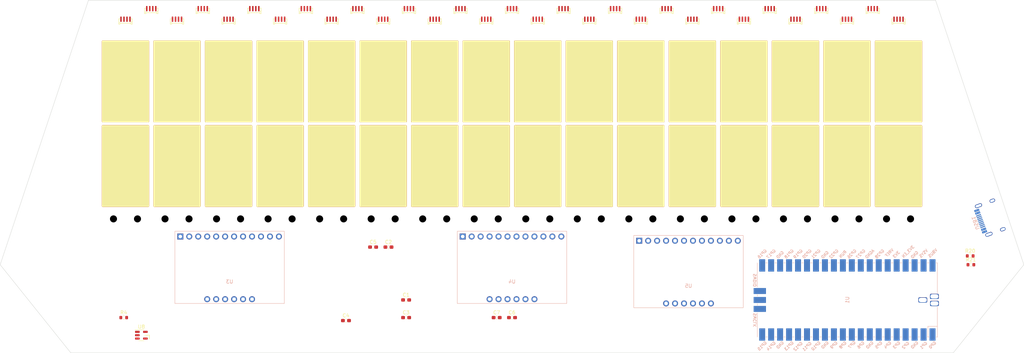
<source format=kicad_pcb>
(kicad_pcb (version 20211014) (generator pcbnew)
  (title_block (title "Chu Pico Main"))
  (layers (0 "F.Cu" signal) (31 "B.Cu" signal) (34 "B.Paste" user) (35 "F.Paste" user) (36 "B.SilkS" user "B.Silkscreen") (37 "F.SilkS" user "F.Silkscreen") (38 "B.Mask" user) (39 "F.Mask" user) (44 "Edge.Cuts" user))
  (net 0 "")
  (net 1 "GND")
  (net 2 "+5V")
  (net 3 "+3V3")
  (net 4 "Net-(R20-Pad1)")
  (net 5 "Net-(R21-Pad1)")
  (net 7 "Net-(U1-PadTP2)")
  (net 8 "Net-(U1-PadTP3)")
  (net 21 "Net-(R4-Pad2)")
  (net 23 "/SCL")
  (net 24 "/SDA")
  (net 26 "/B0")
  (net 48 "Net-(D1-PadI)")
  (net 49 "Net-(K25-Pad1)")
  (net 50 "Net-(K26-Pad1)")
  (net 51 "Net-(K27-Pad1)")
  (net 52 "Net-(K28-Pad1)")
  (net 53 "Net-(K29-Pad1)")
  (net 54 "Net-(K30-Pad1)")
  (net 55 "Net-(K31-Pad1)")
  (net 56 "Net-(K32-Pad1)")
  (net 62 "Net-(K1-Pad1)")
  (net 63 "Net-(K2-Pad1)")
  (net 64 "Net-(K3-Pad1)")
  (net 65 "Net-(K4-Pad1)")
  (net 66 "Net-(K5-Pad1)")
  (net 67 "Net-(K6-Pad1)")
  (net 68 "Net-(K7-Pad1)")
  (net 69 "Net-(K8-Pad1)")
  (net 70 "Net-(K9-Pad1)")
  (net 71 "Net-(K10-Pad1)")
  (net 72 "Net-(K11-Pad1)")
  (net 73 "Net-(K12-Pad1)")
  (net 74 "Net-(K13-Pad1)")
  (net 75 "Net-(K14-Pad1)")
  (net 76 "Net-(K15-Pad1)")
  (net 77 "Net-(K16-Pad1)")
  (net 78 "Net-(K17-Pad1)")
  (net 79 "Net-(K18-Pad1)")
  (net 80 "Net-(K19-Pad1)")
  (net 81 "Net-(K20-Pad1)")
  (net 82 "Net-(K21-Pad1)")
  (net 83 "Net-(K22-Pad1)")
  (net 84 "Net-(K23-Pad1)")
  (net 85 "Net-(K24-Pad1)")
  (footprint "chu_main:WS2812B-4020" (layer "F.Cu") (at 309.096 63.074 180)
    (fp_text reference "D29")
    (fp_text value "WS2812B_Unified")
    (pad "1" smd roundrect (at 1.275 0.65 180) (size 0.44 1.5) (layers "F.Cu" "F.Paste" "F.Mask"))
    (pad "2" smd roundrect (at 0.425 0.65 180) (size 0.44 1.5) (layers "F.Cu" "F.Paste" "F.Mask"))
    (pad "3" smd roundrect (at -0.425 0.65 180) (size 0.44 1.5) (layers "F.Cu" "F.Paste" "F.Mask"))
    (pad "4" smd roundrect (at -1.275 0.65 180) (size 0.44 1.5) (layers "F.Cu" "F.Paste" "F.Mask"))
  )
  (footprint "chu_main:ChuKeyScrews" (layer "F.Cu") (at 323.696 104.074 180)
    (fp_text reference "K32" hide)
    (fp_text value "Conn_01x01_Female" hide)
    (pad "" np_thru_hole oval (at -3.4 -15 180) (size 2 2) (drill 2.1) (layers *.Mask))
    (pad "" np_thru_hole oval (at 3.4 -15 180) (size 2 2) (drill 2.1) (layers *.Mask))
    (pad "1" smd roundrect (at 0 0 180) (size 13.4 23.2) (layers "F.Cu" "F.SilkS") (roundrect_rratio 0.01923074627) (net 56 "Net-(K32-Pad1)"))
  )
  (footprint "chu_main:WS2812B-4020" (layer "F.Cu") (at 192.296 63.074 180)
    (fp_text reference "D13")
    (fp_text value "WS2812B_Unified")
    (pad "1" smd roundrect (at 1.275 0.65 180) (size 0.44 1.5) (layers "F.Cu" "F.Paste" "F.Mask"))
    (pad "2" smd roundrect (at 0.425 0.65 180) (size 0.44 1.5) (layers "F.Cu" "F.Paste" "F.Mask"))
    (pad "3" smd roundrect (at -0.425 0.65 180) (size 0.44 1.5) (layers "F.Cu" "F.Paste" "F.Mask"))
    (pad "4" smd roundrect (at -1.275 0.65 180) (size 0.44 1.5) (layers "F.Cu" "F.Paste" "F.Mask"))
  )
  (footprint "Resistor_SMD:R_0603_1608Metric" (layer "F.Cu") (at 343.996 129.584)
    (fp_text reference "R20" (at 0 -1.43) (layer "F.SilkS"))
    (fp_text value "5K1")
    (pad "1" smd roundrect (at -0.825 0) (size 0.8 0.95) (layers "F.Cu" "F.Paste" "F.Mask") (net 4 "Net-(R20-Pad1)"))
    (pad "2" smd roundrect (at 0.825 0) (size 0.8 0.95) (layers "F.Cu" "F.Paste" "F.Mask") (net 1 "GND"))
  )
  (footprint "chu_main:WS2812B-4020" (layer "F.Cu") (at 257.996 60.074 180)
    (fp_text reference "D22")
    (fp_text value "WS2812B_Unified")
    (pad "1" smd roundrect (at 1.275 0.65 180) (size 0.44 1.5) (layers "F.Cu" "F.Paste" "F.Mask"))
    (pad "2" smd roundrect (at 0.425 0.65 180) (size 0.44 1.5) (layers "F.Cu" "F.Paste" "F.Mask"))
    (pad "3" smd roundrect (at -0.425 0.65 180) (size 0.44 1.5) (layers "F.Cu" "F.Paste" "F.Mask"))
    (pad "4" smd roundrect (at -1.275 0.65 180) (size 0.44 1.5) (layers "F.Cu" "F.Paste" "F.Mask"))
  )
  (footprint "chu_main:WS2812B-4020" (layer "F.Cu") (at 104.696 63.074 180)
    (fp_text reference "D1")
    (fp_text value "WS2812B_Unified")
    (pad "1" smd roundrect (at 1.275 0.65 180) (size 0.44 1.5) (layers "F.Cu" "F.Paste" "F.Mask"))
    (pad "2" smd roundrect (at 0.425 0.65 180) (size 0.44 1.5) (layers "F.Cu" "F.Paste" "F.Mask"))
    (pad "3" smd roundrect (at -0.425 0.65 180) (size 0.44 1.5) (layers "F.Cu" "F.Paste" "F.Mask"))
    (pad "4" smd roundrect (at -1.275 0.65 180) (size 0.44 1.5) (layers "F.Cu" "F.Paste" "F.Mask"))
  )
  (footprint "chu_main:ChuKeyScrews" (layer "F.Cu") (at 163.096 104.074 180)
    (fp_text reference "K10" hide)
    (fp_text value "Conn_01x01_Female" hide)
    (pad "" np_thru_hole oval (at 3.4 -15 180) (size 2 2) (drill 2.1) (layers *.Mask))
    (pad "" np_thru_hole oval (at -3.4 -15 180) (size 2 2) (drill 2.1) (layers *.Mask))
    (pad "1" smd roundrect (at 0 0 180) (size 13.4 23.2) (layers "F.Cu" "F.SilkS") (roundrect_rratio 0.01923074627) (net 71 "Net-(K10-Pad1)"))
  )
  (footprint "chu_main:ChuKey" (layer "F.Cu") (at 119.296 80.074)
    (fp_text reference "K3" hide)
    (fp_text value "Conn_01x01_Female" hide)
    (pad "1" smd roundrect (at 0 0) (size 13.4 23.2) (layers "F.Cu" "F.SilkS") (roundrect_rratio 0.01923074627) (net 64 "Net-(K3-Pad1)"))
  )
  (footprint "chu_main:WS2812B-4020" (layer "F.Cu") (at 279.896 63.074 180)
    (fp_text reference "D25")
    (fp_text value "WS2812B_Unified")
    (pad "1" smd roundrect (at 1.275 0.65 180) (size 0.44 1.5) (layers "F.Cu" "F.Paste" "F.Mask"))
    (pad "2" smd roundrect (at 0.425 0.65 180) (size 0.44 1.5) (layers "F.Cu" "F.Paste" "F.Mask"))
    (pad "3" smd roundrect (at -0.425 0.65 180) (size 0.44 1.5) (layers "F.Cu" "F.Paste" "F.Mask"))
    (pad "4" smd roundrect (at -1.275 0.65 180) (size 0.44 1.5) (layers "F.Cu" "F.Paste" "F.Mask"))
  )
  (footprint "chu_main:WS2812B-4020" (layer "F.Cu") (at 287.196 60.074 180)
    (fp_text reference "D26")
    (fp_text value "WS2812B_Unified")
    (pad "1" smd roundrect (at 1.275 0.65 180) (size 0.44 1.5) (layers "F.Cu" "F.Paste" "F.Mask"))
    (pad "2" smd roundrect (at 0.425 0.65 180) (size 0.44 1.5) (layers "F.Cu" "F.Paste" "F.Mask"))
    (pad "3" smd roundrect (at -0.425 0.65 180) (size 0.44 1.5) (layers "F.Cu" "F.Paste" "F.Mask"))
    (pad "4" smd roundrect (at -1.275 0.65 180) (size 0.44 1.5) (layers "F.Cu" "F.Paste" "F.Mask"))
  )
  (footprint "chu_main:WS2812B-4020" (layer "F.Cu") (at 111.996 60.074 180)
    (fp_text reference "D2")
    (fp_text value "WS2812B_Unified")
    (pad "1" smd roundrect (at 1.275 0.65 180) (size 0.44 1.5) (layers "F.Cu" "F.Paste" "F.Mask"))
    (pad "2" smd roundrect (at 0.425 0.65 180) (size 0.44 1.5) (layers "F.Cu" "F.Paste" "F.Mask"))
    (pad "3" smd roundrect (at -0.425 0.65 180) (size 0.44 1.5) (layers "F.Cu" "F.Paste" "F.Mask"))
    (pad "4" smd roundrect (at -1.275 0.65 180) (size 0.44 1.5) (layers "F.Cu" "F.Paste" "F.Mask"))
  )
  (footprint "chu_main:WS2812B-4020" (layer "F.Cu") (at 199.596 60.074 180)
    (fp_text reference "D14")
    (fp_text value "WS2812B_Unified")
    (pad "1" smd roundrect (at 1.275 0.65 180) (size 0.44 1.5) (layers "F.Cu" "F.Paste" "F.Mask"))
    (pad "2" smd roundrect (at 0.425 0.65 180) (size 0.44 1.5) (layers "F.Cu" "F.Paste" "F.Mask"))
    (pad "3" smd roundrect (at -0.425 0.65 180) (size 0.44 1.5) (layers "F.Cu" "F.Paste" "F.Mask"))
    (pad "4" smd roundrect (at -1.275 0.65 180) (size 0.44 1.5) (layers "F.Cu" "F.Paste" "F.Mask"))
  )
  (footprint "chu_main:ChuKey" (layer "F.Cu") (at 265.296 80.074)
    (fp_text reference "K23" hide)
    (fp_text value "Conn_01x01_Female" hide)
    (pad "1" smd roundrect (at 0 0) (size 13.4 23.2) (layers "F.Cu" "F.SilkS") (roundrect_rratio 0.01923074627) (net 84 "Net-(K23-Pad1)"))
  )
  (footprint "chu_main:ChuKey" (layer "F.Cu") (at 192.296 80.074)
    (fp_text reference "K13" hide)
    (fp_text value "Conn_01x01_Female" hide)
    (pad "1" smd roundrect (at 0 0) (size 13.4 23.2) (layers "F.Cu" "F.SilkS") (roundrect_rratio 0.01923074627) (net 74 "Net-(K13-Pad1)"))
  )
  (footprint "Resistor_SMD:R_0603_1608Metric" (layer "F.Cu") (at 104.196 147.074)
    (fp_text reference "R4" (at 0 -1.43) (layer "F.SilkS"))
    (fp_text value "10")
    (pad "1" smd roundrect (at -0.825 0) (size 0.8 0.95) (layers "F.Cu" "F.Paste" "F.Mask") (net 48 "Net-(D1-PadI)"))
    (pad "2" smd roundrect (at 0.825 0) (size 0.8 0.95) (layers "F.Cu" "F.Paste" "F.Mask") (net 21 "Net-(R4-Pad2)"))
  )
  (footprint "chu_main:WS2812B-4020" (layer "F.Cu") (at 272.596 60.074 180)
    (fp_text reference "D24")
    (fp_text value "WS2812B_Unified")
    (pad "1" smd roundrect (at 1.275 0.65 180) (size 0.44 1.5) (layers "F.Cu" "F.Paste" "F.Mask"))
    (pad "2" smd roundrect (at 0.425 0.65 180) (size 0.44 1.5) (layers "F.Cu" "F.Paste" "F.Mask"))
    (pad "3" smd roundrect (at -0.425 0.65 180) (size 0.44 1.5) (layers "F.Cu" "F.Paste" "F.Mask"))
    (pad "4" smd roundrect (at -1.275 0.65 180) (size 0.44 1.5) (layers "F.Cu" "F.Paste" "F.Mask"))
  )
  (footprint "chu_main:ChuKey" (layer "F.Cu") (at 104.696 80.074)
    (fp_text reference "K1" hide)
    (fp_text value "Conn_01x01_Female" hide)
    (pad "1" smd roundrect (at 0 0) (size 13.4 23.2) (layers "F.Cu" "F.SilkS") (roundrect_rratio 0.01923074627) (net 62 "Net-(K1-Pad1)"))
  )
  (footprint "Capacitor_SMD:C_0603_1608Metric_Pad1.08x0.95mm_HandSolder" (layer "F.Cu") (at 179.196 127.074)
    (fp_text reference "C2" (at 0 -1.43) (layer "F.SilkS"))
    (fp_text value "0.1uF")
    (pad "1" smd roundrect (at -0.8625 0) (size 1.075 0.95) (layers "F.Cu" "F.Paste" "F.Mask") (net 2 "+5V"))
    (pad "2" smd roundrect (at 0.8625 0) (size 1.075 0.95) (layers "F.Cu" "F.Paste" "F.Mask") (net 1 "GND"))
  )
  (footprint "chu_main:ChuKeyScrews" (layer "F.Cu") (at 148.496 104.074 180)
    (fp_text reference "K8" hide)
    (fp_text value "Conn_01x01_Female" hide)
    (pad "" np_thru_hole oval (at 3.4 -15 180) (size 2 2) (drill 2.1) (layers *.Mask))
    (pad "" np_thru_hole oval (at -3.4 -15 180) (size 2 2) (drill 2.1) (layers *.Mask))
    (pad "1" smd roundrect (at 0 0 180) (size 13.4 23.2) (layers "F.Cu" "F.SilkS") (roundrect_rratio 0.01923074627) (net 69 "Net-(K8-Pad1)"))
  )
  (footprint "chu_main:WS2812B-4020" (layer "F.Cu") (at 206.896 63.074 180)
    (fp_text reference "D15")
    (fp_text value "WS2812B_Unified")
    (pad "1" smd roundrect (at 1.275 0.65 180) (size 0.44 1.5) (layers "F.Cu" "F.Paste" "F.Mask"))
    (pad "2" smd roundrect (at 0.425 0.65 180) (size 0.44 1.5) (layers "F.Cu" "F.Paste" "F.Mask"))
    (pad "3" smd roundrect (at -0.425 0.65 180) (size 0.44 1.5) (layers "F.Cu" "F.Paste" "F.Mask"))
    (pad "4" smd roundrect (at -1.275 0.65 180) (size 0.44 1.5) (layers "F.Cu" "F.Paste" "F.Mask"))
  )
  (footprint "chu_main:WS2812B-4020" (layer "F.Cu") (at 163.096 63.074 180)
    (fp_text reference "D9")
    (fp_text value "WS2812B_Unified")
    (pad "1" smd roundrect (at 1.275 0.65 180) (size 0.44 1.5) (layers "F.Cu" "F.Paste" "F.Mask"))
    (pad "2" smd roundrect (at 0.425 0.65 180) (size 0.44 1.5) (layers "F.Cu" "F.Paste" "F.Mask"))
    (pad "3" smd roundrect (at -0.425 0.65 180) (size 0.44 1.5) (layers "F.Cu" "F.Paste" "F.Mask"))
    (pad "4" smd roundrect (at -1.275 0.65 180) (size 0.44 1.5) (layers "F.Cu" "F.Paste" "F.Mask"))
  )
  (footprint "chu_main:ChuKeyScrews" (layer "F.Cu") (at 104.696 104.074 180)
    (fp_text reference "K2" hide)
    (fp_text value "Conn_01x01_Female" hide)
    (pad "" np_thru_hole oval (at -3.4 -15 180) (size 2 2) (drill 2.1) (layers *.Mask))
    (pad "" np_thru_hole oval (at 3.4 -15 180) (size 2 2) (drill 2.1) (layers *.Mask))
    (pad "1" smd roundrect (at 0 0 180) (size 13.4 23.2) (layers "F.Cu" "F.SilkS") (roundrect_rratio 0.01923074627) (net 63 "Net-(K2-Pad1)"))
  )
  (footprint "chu_main:WS2812B-4020" (layer "F.Cu") (at 236.096 63.074 180)
    (fp_text reference "D19")
    (fp_text value "WS2812B_Unified")
    (pad "1" smd roundrect (at 1.275 0.65 180) (size 0.44 1.5) (layers "F.Cu" "F.Paste" "F.Mask"))
    (pad "2" smd roundrect (at 0.425 0.65 180) (size 0.44 1.5) (layers "F.Cu" "F.Paste" "F.Mask"))
    (pad "3" smd roundrect (at -0.425 0.65 180) (size 0.44 1.5) (layers "F.Cu" "F.Paste" "F.Mask"))
    (pad "4" smd roundrect (at -1.275 0.65 180) (size 0.44 1.5) (layers "F.Cu" "F.Paste" "F.Mask"))
  )
  (footprint "chu_main:WS2812B-4020" (layer "F.Cu") (at 126.596 60.074 180)
    (fp_text reference "D4")
    (fp_text value "WS2812B_Unified")
    (pad "1" smd roundrect (at 1.275 0.65 180) (size 0.44 1.5) (layers "F.Cu" "F.Paste" "F.Mask"))
    (pad "2" smd roundrect (at 0.425 0.65 180) (size 0.44 1.5) (layers "F.Cu" "F.Paste" "F.Mask"))
    (pad "3" smd roundrect (at -0.425 0.65 180) (size 0.44 1.5) (layers "F.Cu" "F.Paste" "F.Mask"))
    (pad "4" smd roundrect (at -1.275 0.65 180) (size 0.44 1.5) (layers "F.Cu" "F.Paste" "F.Mask"))
  )
  (footprint "chu_main:ChuKey" (layer "F.Cu") (at 163.096 80.074)
    (fp_text reference "K9" hide)
    (fp_text value "Conn_01x01_Female" hide)
    (pad "1" smd roundrect (at 0 0) (size 13.4 23.2) (layers "F.Cu" "F.SilkS") (roundrect_rratio 0.01923074627) (net 70 "Net-(K9-Pad1)"))
  )
  (footprint "chu_main:WS2812B-4020" (layer "F.Cu") (at 148.496 63.074 180)
    (fp_text reference "D7")
    (fp_text value "WS2812B_Unified")
    (pad "1" smd roundrect (at 1.275 0.65 180) (size 0.44 1.5) (layers "F.Cu" "F.Paste" "F.Mask"))
    (pad "2" smd roundrect (at 0.425 0.65 180) (size 0.44 1.5) (layers "F.Cu" "F.Paste" "F.Mask"))
    (pad "3" smd roundrect (at -0.425 0.65 180) (size 0.44 1.5) (layers "F.Cu" "F.Paste" "F.Mask"))
    (pad "4" smd roundrect (at -1.275 0.65 180) (size 0.44 1.5) (layers "F.Cu" "F.Paste" "F.Mask"))
  )
  (footprint "Capacitor_SMD:C_0603_1608Metric_Pad1.08x0.95mm_HandSolder" (layer "F.Cu") (at 167.156 147.924)
    (fp_text reference "C4" (at 0 -1.43) (layer "F.SilkS"))
    (fp_text value "0.1uF")
    (pad "1" smd roundrect (at -0.8625 0) (size 1.075 0.95) (layers "F.Cu" "F.Paste" "F.Mask") (net 3 "+3V3"))
    (pad "2" smd roundrect (at 0.8625 0) (size 1.075 0.95) (layers "F.Cu" "F.Paste" "F.Mask") (net 1 "GND"))
  )
  (footprint "chu_main:ChuKey" (layer "F.Cu") (at 279.896 80.074)
    (fp_text reference "K25" hide)
    (fp_text value "Conn_01x01_Female" hide)
    (pad "1" smd roundrect (at 0 0) (size 13.4 23.2) (layers "F.Cu" "F.SilkS") (roundrect_rratio 0.01923074627) (net 49 "Net-(K25-Pad1)"))
  )
  (footprint "chu_main:WS2812B-4020" (layer "F.Cu") (at 228.796 60.074 180)
    (fp_text reference "D18")
    (fp_text value "WS2812B_Unified")
    (pad "1" smd roundrect (at 1.275 0.65 180) (size 0.44 1.5) (layers "F.Cu" "F.Paste" "F.Mask"))
    (pad "2" smd roundrect (at 0.425 0.65 180) (size 0.44 1.5) (layers "F.Cu" "F.Paste" "F.Mask"))
    (pad "3" smd roundrect (at -0.425 0.65 180) (size 0.44 1.5) (layers "F.Cu" "F.Paste" "F.Mask"))
    (pad "4" smd roundrect (at -1.275 0.65 180) (size 0.44 1.5) (layers "F.Cu" "F.Paste" "F.Mask"))
  )
  (footprint "chu_main:ChuKeyScrews" (layer "F.Cu") (at 309.096 104.074 180)
    (fp_text reference "K30" hide)
    (fp_text value "Conn_01x01_Female" hide)
    (pad "" np_thru_hole oval (at 3.4 -15 180) (size 2 2) (drill 2.1) (layers *.Mask))
    (pad "" np_thru_hole oval (at -3.4 -15 180) (size 2 2) (drill 2.1) (layers *.Mask))
    (pad "1" smd roundrect (at 0 0 180) (size 13.4 23.2) (layers "F.Cu" "F.SilkS") (roundrect_rratio 0.01923074627) (net 54 "Net-(K30-Pad1)"))
  )
  (footprint "chu_main:WS2812B-4020" (layer "F.Cu") (at 243.396 60.074 180)
    (fp_text reference "D20")
    (fp_text value "WS2812B_Unified")
    (pad "1" smd roundrect (at 1.275 0.65 180) (size 0.44 1.5) (layers "F.Cu" "F.Paste" "F.Mask"))
    (pad "2" smd roundrect (at 0.425 0.65 180) (size 0.44 1.5) (layers "F.Cu" "F.Paste" "F.Mask"))
    (pad "3" smd roundrect (at -0.425 0.65 180) (size 0.44 1.5) (layers "F.Cu" "F.Paste" "F.Mask"))
    (pad "4" smd roundrect (at -1.275 0.65 180) (size 0.44 1.5) (layers "F.Cu" "F.Paste" "F.Mask"))
  )
  (footprint "chu_main:ChuKey" (layer "F.Cu") (at 250.696 80.074)
    (fp_text reference "K21" hide)
    (fp_text value "Conn_01x01_Female" hide)
    (pad "1" smd roundrect (at 0 0) (size 13.4 23.2) (layers "F.Cu" "F.SilkS") (roundrect_rratio 0.01923074627) (net 82 "Net-(K21-Pad1)"))
  )
  (footprint "chu_main:ChuKeyScrews" (layer "F.Cu") (at 119.296 104.074 180)
    (fp_text reference "K4" hide)
    (fp_text value "Conn_01x01_Female" hide)
    (pad "" np_thru_hole oval (at 3.4 -15 180) (size 2 2) (drill 2.1) (layers *.Mask))
    (pad "" np_thru_hole oval (at -3.4 -15 180) (size 2 2) (drill 2.1) (layers *.Mask))
    (pad "1" smd roundrect (at 0 0 180) (size 13.4 23.2) (layers "F.Cu" "F.SilkS") (roundrect_rratio 0.01923074627) (net 65 "Net-(K4-Pad1)"))
  )
  (footprint "chu_main:ChuKey" (layer "F.Cu") (at 148.496 80.074)
    (fp_text reference "K7" hide)
    (fp_text value "Conn_01x01_Female" hide)
    (pad "1" smd roundrect (at 0 0) (size 13.4 23.2) (layers "F.Cu" "F.SilkS") (roundrect_rratio 0.01923074627) (net 68 "Net-(K7-Pad1)"))
  )
  (footprint "chu_main:ChuKeyScrews" (layer "F.Cu") (at 206.896 104.074 180)
    (fp_text reference "K16" hide)
    (fp_text value "Conn_01x01_Female" hide)
    (pad "" np_thru_hole oval (at -3.4 -15 180) (size 2 2) (drill 2.1) (layers *.Mask))
    (pad "" np_thru_hole oval (at 3.4 -15 180) (size 2 2) (drill 2.1) (layers *.Mask))
    (pad "1" smd roundrect (at 0 0 180) (size 13.4 23.2) (layers "F.Cu" "F.SilkS") (roundrect_rratio 0.01923074627) (net 77 "Net-(K16-Pad1)"))
  )
  (footprint "chu_main:WS2812B-4020" (layer "F.Cu") (at 155.796 60.074 180)
    (fp_text reference "D8")
    (fp_text value "WS2812B_Unified")
    (pad "1" smd roundrect (at 1.275 0.65 180) (size 0.44 1.5) (layers "F.Cu" "F.Paste" "F.Mask"))
    (pad "2" smd roundrect (at 0.425 0.65 180) (size 0.44 1.5) (layers "F.Cu" "F.Paste" "F.Mask"))
    (pad "3" smd roundrect (at -0.425 0.65 180) (size 0.44 1.5) (layers "F.Cu" "F.Paste" "F.Mask"))
    (pad "4" smd roundrect (at -1.275 0.65 180) (size 0.44 1.5) (layers "F.Cu" "F.Paste" "F.Mask"))
  )
  (footprint "Capacitor_SMD:C_0603_1608Metric_Pad1.08x0.95mm_HandSolder" (layer "F.Cu") (at 184.196 147.074)
    (fp_text reference "C3" (at 0 -1.43) (layer "F.SilkS"))
    (fp_text value "0.1uF")
    (pad "1" smd roundrect (at -0.8625 0) (size 1.075 0.95) (layers "F.Cu" "F.Paste" "F.Mask") (net 2 "+5V"))
    (pad "2" smd roundrect (at 0.8625 0) (size 1.075 0.95) (layers "F.Cu" "F.Paste" "F.Mask") (net 1 "GND"))
  )
  (footprint "Resistor_SMD:R_0603_1608Metric" (layer "F.Cu") (at 344.196 132.074)
    (fp_text reference "R21" (at 0 -1.43) (layer "F.SilkS"))
    (fp_text value "5K1")
    (pad "1" smd roundrect (at -0.825 0) (size 0.8 0.95) (layers "F.Cu" "F.Paste" "F.Mask") (net 5 "Net-(R21-Pad1)"))
    (pad "2" smd roundrect (at 0.825 0) (size 0.8 0.95) (layers "F.Cu" "F.Paste" "F.Mask") (net 1 "GND"))
  )
  (footprint "chu_main:WS2812B-4020" (layer "F.Cu") (at 301.796 60.074 180)
    (fp_text reference "D28")
    (fp_text value "WS2812B_Unified")
    (pad "1" smd roundrect (at 1.275 0.65 180) (size 0.44 1.5) (layers "F.Cu" "F.Paste" "F.Mask"))
    (pad "2" smd roundrect (at 0.425 0.65 180) (size 0.44 1.5) (layers "F.Cu" "F.Paste" "F.Mask"))
    (pad "3" smd roundrect (at -0.425 0.65 180) (size 0.44 1.5) (layers "F.Cu" "F.Paste" "F.Mask"))
    (pad "4" smd roundrect (at -1.275 0.65 180) (size 0.44 1.5) (layers "F.Cu" "F.Paste" "F.Mask"))
  )
  (footprint "chu_main:ChuKeyScrews" (layer "F.Cu") (at 265.296 104.074 180)
    (fp_text reference "K24" hide)
    (fp_text value "Conn_01x01_Female" hide)
    (pad "" np_thru_hole oval (at 3.4 -15 180) (size 2 2) (drill 2.1) (layers *.Mask))
    (pad "" np_thru_hole oval (at -3.4 -15 180) (size 2 2) (drill 2.1) (layers *.Mask))
    (pad "1" smd roundrect (at 0 0 180) (size 13.4 23.2) (layers "F.Cu" "F.SilkS") (roundrect_rratio 0.01923074627) (net 85 "Net-(K24-Pad1)"))
  )
  (footprint "chu_main:ChuKeyScrews" (layer "F.Cu") (at 221.496 104.074 180)
    (fp_text reference "K18" hide)
    (fp_text value "Conn_01x01_Female" hide)
    (pad "" np_thru_hole oval (at -3.4 -15 180) (size 2 2) (drill 2.1) (layers *.Mask))
    (pad "" np_thru_hole oval (at 3.4 -15 180) (size 2 2) (drill 2.1) (layers *.Mask))
    (pad "1" smd roundrect (at 0 0 180) (size 13.4 23.2) (layers "F.Cu" "F.SilkS") (roundrect_rratio 0.01923074627) (net 79 "Net-(K18-Pad1)"))
  )
  (footprint "chu_main:ChuKeyScrews" (layer "F.Cu") (at 133.896 104.074 180)
    (fp_text reference "K6" hide)
    (fp_text value "Conn_01x01_Female" hide)
    (pad "" np_thru_hole oval (at 3.4 -15 180) (size 2 2) (drill 2.1) (layers *.Mask))
    (pad "" np_thru_hole oval (at -3.4 -15 180) (size 2 2) (drill 2.1) (layers *.Mask))
    (pad "1" smd roundrect (at 0 0 180) (size 13.4 23.2) (layers "F.Cu" "F.SilkS") (roundrect_rratio 0.01923074627) (net 67 "Net-(K6-Pad1)"))
  )
  (footprint "chu_main:WS2812B-4020" (layer "F.Cu") (at 214.196 60.074 180)
    (fp_text reference "D16")
    (fp_text value "WS2812B_Unified")
    (pad "1" smd roundrect (at 1.275 0.65 180) (size 0.44 1.5) (layers "F.Cu" "F.Paste" "F.Mask"))
    (pad "2" smd roundrect (at 0.425 0.65 180) (size 0.44 1.5) (layers "F.Cu" "F.Paste" "F.Mask"))
    (pad "3" smd roundrect (at -0.425 0.65 180) (size 0.44 1.5) (layers "F.Cu" "F.Paste" "F.Mask"))
    (pad "4" smd roundrect (at -1.275 0.65 180) (size 0.44 1.5) (layers "F.Cu" "F.Paste" "F.Mask"))
  )
  (footprint "Capacitor_SMD:C_0603_1608Metric_Pad1.08x0.95mm_HandSolder" (layer "F.Cu") (at 214.196 147.074)
    (fp_text reference "C6" (at 0 -1.43) (layer "F.SilkS"))
    (fp_text value "0.1uF")
    (pad "1" smd roundrect (at -0.8625 0) (size 1.075 0.95) (layers "F.Cu" "F.Paste" "F.Mask") (net 3 "+3V3"))
    (pad "2" smd roundrect (at 0.8625 0) (size 1.075 0.95) (layers "F.Cu" "F.Paste" "F.Mask") (net 1 "GND"))
  )
  (footprint "chu_main:WS2812B-4020" (layer "F.Cu") (at 133.896 63.074 180)
    (fp_text reference "D5")
    (fp_text value "WS2812B_Unified")
    (pad "1" smd roundrect (at 1.275 0.65 180) (size 0.44 1.5) (layers "F.Cu" "F.Paste" "F.Mask"))
    (pad "2" smd roundrect (at 0.425 0.65 180) (size 0.44 1.5) (layers "F.Cu" "F.Paste" "F.Mask"))
    (pad "3" smd roundrect (at -0.425 0.65 180) (size 0.44 1.5) (layers "F.Cu" "F.Paste" "F.Mask"))
    (pad "4" smd roundrect (at -1.275 0.65 180) (size 0.44 1.5) (layers "F.Cu" "F.Paste" "F.Mask"))
  )
  (footprint "chu_main:WS2812B-4020" (layer "F.Cu") (at 184.996 60.074 180)
    (fp_text reference "D12")
    (fp_text value "WS2812B_Unified")
    (pad "1" smd roundrect (at 1.275 0.65 180) (size 0.44 1.5) (layers "F.Cu" "F.Paste" "F.Mask"))
    (pad "2" smd roundrect (at 0.425 0.65 180) (size 0.44 1.5) (layers "F.Cu" "F.Paste" "F.Mask"))
    (pad "3" smd roundrect (at -0.425 0.65 180) (size 0.44 1.5) (layers "F.Cu" "F.Paste" "F.Mask"))
    (pad "4" smd roundrect (at -1.275 0.65 180) (size 0.44 1.5) (layers "F.Cu" "F.Paste" "F.Mask"))
  )
  (footprint "chu_main:ChuKey" (layer "F.Cu") (at 206.896 80.074)
    (fp_text reference "K15" hide)
    (fp_text value "Conn_01x01_Female" hide)
    (pad "1" smd roundrect (at 0 0) (size 13.4 23.2) (layers "F.Cu" "F.SilkS") (roundrect_rratio 0.01923074627) (net 76 "Net-(K15-Pad1)"))
  )
  (footprint "chu_main:MountingHole_3.2mm_M3" (layer "F.Cu") (at 339.196 147.074)
    (fp_text reference "SCR4" hide)
    (fp_text value "ScrewHole")
    (pad "" np_thru_hole circle (at 0 0) (size 3.2 3.2) (drill 3.2) (layers *.Cu *.Mask))
  )
  (footprint "chu_main:ChuKeyScrews" (layer "F.Cu") (at 236.096 104.074 180)
    (fp_text reference "K20" hide)
    (fp_text value "Conn_01x01_Female" hide)
    (pad "" np_thru_hole oval (at 3.4 -15 180) (size 2 2) (drill 2.1) (layers *.Mask))
    (pad "" np_thru_hole oval (at -3.4 -15 180) (size 2 2) (drill 2.1) (layers *.Mask))
    (pad "1" smd roundrect (at 0 0 180) (size 13.4 23.2) (layers "F.Cu" "F.SilkS") (roundrect_rratio 0.01923074627) (net 81 "Net-(K20-Pad1)"))
  )
  (footprint "chu_main:WS2812B-4020" (layer "F.Cu") (at 170.396 60.074 180)
    (fp_text reference "D10")
    (fp_text value "WS2812B_Unified")
    (pad "1" smd roundrect (at 1.275 0.65 180) (size 0.44 1.5) (layers "F.Cu" "F.Paste" "F.Mask"))
    (pad "2" smd roundrect (at 0.425 0.65 180) (size 0.44 1.5) (layers "F.Cu" "F.Paste" "F.Mask"))
    (pad "3" smd roundrect (at -0.425 0.65 180) (size 0.44 1.5) (layers "F.Cu" "F.Paste" "F.Mask"))
    (pad "4" smd roundrect (at -1.275 0.65 180) (size 0.44 1.5) (layers "F.Cu" "F.Paste" "F.Mask"))
  )
  (footprint "chu_main:ChuKeyScrews" (layer "F.Cu") (at 250.696 104.074 180)
    (fp_text reference "K22" hide)
    (fp_text value "Conn_01x01_Female" hide)
    (pad "" np_thru_hole oval (at -3.4 -15 180) (size 2 2) (drill 2.1) (layers *.Mask))
    (pad "" np_thru_hole oval (at 3.4 -15 180) (size 2 2) (drill 2.1) (layers *.Mask))
    (pad "1" smd roundrect (at 0 0 180) (size 13.4 23.2) (layers "F.Cu" "F.SilkS") (roundrect_rratio 0.01923074627) (net 83 "Net-(K22-Pad1)"))
  )
  (footprint "chu_main:WS2812B-4020" (layer "F.Cu") (at 323.696 63.074 180)
    (fp_text reference "D31")
    (fp_text value "WS2812B_Unified")
    (pad "1" smd roundrect (at 1.275 0.65 180) (size 0.44 1.5) (layers "F.Cu" "F.Paste" "F.Mask"))
    (pad "2" smd roundrect (at 0.425 0.65 180) (size 0.44 1.5) (layers "F.Cu" "F.Paste" "F.Mask"))
    (pad "3" smd roundrect (at -0.425 0.65 180) (size 0.44 1.5) (layers "F.Cu" "F.Paste" "F.Mask"))
    (pad "4" smd roundrect (at -1.275 0.65 180) (size 0.44 1.5) (layers "F.Cu" "F.Paste" "F.Mask"))
  )
  (footprint "chu_main:ChuKey" (layer "F.Cu") (at 133.896 80.074)
    (fp_text reference "K5" hide)
    (fp_text value "Conn_01x01_Female" hide)
    (pad "1" smd roundrect (at 0 0) (size 13.4 23.2) (layers "F.Cu" "F.SilkS") (roundrect_rratio 0.01923074627) (net 66 "Net-(K5-Pad1)"))
  )
  (footprint "chu_main:WS2812B-4020" (layer "F.Cu") (at 250.696 63.074 180)
    (fp_text reference "D21")
    (fp_text value "WS2812B_Unified")
    (pad "1" smd roundrect (at 1.275 0.65 180) (size 0.44 1.5) (layers "F.Cu" "F.Paste" "F.Mask"))
    (pad "2" smd roundrect (at 0.425 0.65 180) (size 0.44 1.5) (layers "F.Cu" "F.Paste" "F.Mask"))
    (pad "3" smd roundrect (at -0.425 0.65 180) (size 0.44 1.5) (layers "F.Cu" "F.Paste" "F.Mask"))
    (pad "4" smd roundrect (at -1.275 0.65 180) (size 0.44 1.5) (layers "F.Cu" "F.Paste" "F.Mask"))
  )
  (footprint "chu_main:WS2812B-4020" (layer "F.Cu") (at 177.696 63.074 180)
    (fp_text reference "D11")
    (fp_text value "WS2812B_Unified")
    (pad "1" smd roundrect (at 1.275 0.65 180) (size 0.44 1.5) (layers "F.Cu" "F.Paste" "F.Mask"))
    (pad "2" smd roundrect (at 0.425 0.65 180) (size 0.44 1.5) (layers "F.Cu" "F.Paste" "F.Mask"))
    (pad "3" smd roundrect (at -0.425 0.65 180) (size 0.44 1.5) (layers "F.Cu" "F.Paste" "F.Mask"))
    (pad "4" smd roundrect (at -1.275 0.65 180) (size 0.44 1.5) (layers "F.Cu" "F.Paste" "F.Mask"))
  )
  (footprint "Capacitor_SMD:C_0603_1608Metric_Pad1.08x0.95mm_HandSolder" (layer "F.Cu") (at 209.846 147.074)
    (fp_text reference "C7" (at 0 -1.43) (layer "F.SilkS"))
    (fp_text value "0.1uF")
    (pad "1" smd roundrect (at -0.8625 0) (size 1.075 0.95) (layers "F.Cu" "F.Paste" "F.Mask") (net 3 "+3V3"))
    (pad "2" smd roundrect (at 0.8625 0) (size 1.075 0.95) (layers "F.Cu" "F.Paste" "F.Mask") (net 1 "GND"))
  )
  (footprint "chu_main:MountingHole_3.2mm_M3" (layer "F.Cu") (at 89.196 147.074)
    (fp_text reference "SCR3" hide)
    (fp_text value "ScrewHole")
    (pad "" np_thru_hole circle (at 0 0) (size 3.2 3.2) (drill 3.2) (layers *.Cu *.Mask))
  )
  (footprint "chu_main:WS2812B-4020" (layer "F.Cu") (at 141.196 60.074 180)
    (fp_text reference "D6")
    (fp_text value "WS2812B_Unified")
    (pad "1" smd roundrect (at 1.275 0.65 180) (size 0.44 1.5) (layers "F.Cu" "F.Paste" "F.Mask"))
    (pad "2" smd roundrect (at 0.425 0.65 180) (size 0.44 1.5) (layers "F.Cu" "F.Paste" "F.Mask"))
    (pad "3" smd roundrect (at -0.425 0.65 180) (size 0.44 1.5) (layers "F.Cu" "F.Paste" "F.Mask"))
    (pad "4" smd roundrect (at -1.275 0.65 180) (size 0.44 1.5) (layers "F.Cu" "F.Paste" "F.Mask"))
  )
  (footprint "chu_main:ChuKeyScrews" (layer "F.Cu") (at 279.896 104.074 180)
    (fp_text reference "K26" hide)
    (fp_text value "Conn_01x01_Female" hide)
    (pad "" np_thru_hole oval (at -3.4 -15 180) (size 2 2) (drill 2.1) (layers *.Mask))
    (pad "" np_thru_hole oval (at 3.4 -15 180) (size 2 2) (drill 2.1) (layers *.Mask))
    (pad "1" smd roundrect (at 0 0 180) (size 13.4 23.2) (layers "F.Cu" "F.SilkS") (roundrect_rratio 0.01923074627) (net 50 "Net-(K26-Pad1)"))
  )
  (footprint "chu_main:ChuKey" (layer "F.Cu") (at 236.096 80.074)
    (fp_text reference "K19" hide)
    (fp_text value "Conn_01x01_Female" hide)
    (pad "1" smd roundrect (at 0 0) (size 13.4 23.2) (layers "F.Cu" "F.SilkS") (roundrect_rratio 0.01923074627) (net 80 "Net-(K19-Pad1)"))
  )
  (footprint "chu_main:ChuKeyScrews" (layer "F.Cu") (at 294.496 104.074 180)
    (fp_text reference "K28" hide)
    (fp_text value "Conn_01x01_Female" hide)
    (pad "" np_thru_hole oval (at -3.4 -15 180) (size 2 2) (drill 2.1) (layers *.Mask))
    (pad "" np_thru_hole oval (at 3.4 -15 180) (size 2 2) (drill 2.1) (layers *.Mask))
    (pad "1" smd roundrect (at 0 0 180) (size 13.4 23.2) (layers "F.Cu" "F.SilkS") (roundrect_rratio 0.01923074627) (net 52 "Net-(K28-Pad1)"))
  )
  (footprint "chu_main:ChuKey" (layer "F.Cu") (at 323.696 80.074)
    (fp_text reference "K31" hide)
    (fp_text value "Conn_01x01_Female" hide)
    (pad "1" smd roundrect (at 0 0) (size 13.4 23.2) (layers "F.Cu" "F.SilkS") (roundrect_rratio 0.01923074627) (net 55 "Net-(K31-Pad1)"))
  )
  (footprint "chu_main:WS2812B-4020" (layer "F.Cu") (at 265.296 63.074 180)
    (fp_text reference "D23")
    (fp_text value "WS2812B_Unified")
    (pad "1" smd roundrect (at 1.275 0.65 180) (size 0.44 1.5) (layers "F.Cu" "F.Paste" "F.Mask"))
    (pad "2" smd roundrect (at 0.425 0.65 180) (size 0.44 1.5) (layers "F.Cu" "F.Paste" "F.Mask"))
    (pad "3" smd roundrect (at -0.425 0.65 180) (size 0.44 1.5) (layers "F.Cu" "F.Paste" "F.Mask"))
    (pad "4" smd roundrect (at -1.275 0.65 180) (size 0.44 1.5) (layers "F.Cu" "F.Paste" "F.Mask"))
  )
  (footprint "chu_main:ChuKeyScrews" (layer "F.Cu") (at 192.296 104.074 180)
    (fp_text reference "K14" hide)
    (fp_text value "Conn_01x01_Female" hide)
    (pad "" np_thru_hole oval (at 3.4 -15 180) (size 2 2) (drill 2.1) (layers *.Mask))
    (pad "" np_thru_hole oval (at -3.4 -15 180) (size 2 2) (drill 2.1) (layers *.Mask))
    (pad "1" smd roundrect (at 0 0 180) (size 13.4 23.2) (layers "F.Cu" "F.SilkS") (roundrect_rratio 0.01923074627) (net 75 "Net-(K14-Pad1)"))
  )
  (footprint "chu_main:WS2812B-4020" (layer "F.Cu") (at 294.496 63.074 180)
    (fp_text reference "D27")
    (fp_text value "WS2812B_Unified")
    (pad "1" smd roundrect (at 1.275 0.65 180) (size 0.44 1.5) (layers "F.Cu" "F.Paste" "F.Mask"))
    (pad "2" smd roundrect (at 0.425 0.65 180) (size 0.44 1.5) (layers "F.Cu" "F.Paste" "F.Mask"))
    (pad "3" smd roundrect (at -0.425 0.65 180) (size 0.44 1.5) (layers "F.Cu" "F.Paste" "F.Mask"))
    (pad "4" smd roundrect (at -1.275 0.65 180) (size 0.44 1.5) (layers "F.Cu" "F.Paste" "F.Mask"))
  )
  (footprint "chu_main:WS2812B-4020" (layer "F.Cu") (at 119.296 63.074 180)
    (fp_text reference "D3")
    (fp_text value "WS2812B_Unified")
    (pad "1" smd roundrect (at 1.275 0.65 180) (size 0.44 1.5) (layers "F.Cu" "F.Paste" "F.Mask"))
    (pad "2" smd roundrect (at 0.425 0.65 180) (size 0.44 1.5) (layers "F.Cu" "F.Paste" "F.Mask"))
    (pad "3" smd roundrect (at -0.425 0.65 180) (size 0.44 1.5) (layers "F.Cu" "F.Paste" "F.Mask"))
    (pad "4" smd roundrect (at -1.275 0.65 180) (size 0.44 1.5) (layers "F.Cu" "F.Paste" "F.Mask"))
  )
  (footprint "Capacitor_SMD:C_0603_1608Metric_Pad1.08x0.95mm_HandSolder" (layer "F.Cu") (at 184.196 142.074)
    (fp_text reference "C1" (at 0 -1.43) (layer "F.SilkS"))
    (fp_text value "0.1uF")
    (pad "1" smd roundrect (at -0.8625 0) (size 1.075 0.95) (layers "F.Cu" "F.Paste" "F.Mask") (net 2 "+5V"))
    (pad "2" smd roundrect (at 0.8625 0) (size 1.075 0.95) (layers "F.Cu" "F.Paste" "F.Mask") (net 1 "GND"))
  )
  (footprint "chu_main:ChuKey" (layer "F.Cu") (at 177.696 80.074)
    (fp_text reference "K11" hide)
    (fp_text value "Conn_01x01_Female" hide)
    (pad "1" smd roundrect (at 0 0) (size 13.4 23.2) (layers "F.Cu" "F.SilkS") (roundrect_rratio 0.01923074627) (net 72 "Net-(K11-Pad1)"))
  )
  (footprint "chu_main:ChuKey" (layer "F.Cu") (at 309.096 80.074)
    (fp_text reference "K29" hide)
    (fp_text value "Conn_01x01_Female" hide)
    (pad "1" smd roundrect (at 0 0) (size 13.4 23.2) (layers "F.Cu" "F.SilkS") (roundrect_rratio 0.01923074627) (net 53 "Net-(K29-Pad1)"))
  )
  (footprint "chu_main:MountingHole_3.2mm_M3" (layer "F.Cu") (at 331.196 62.074)
    (fp_text reference "SCR2" hide)
    (fp_text value "ScrewHole")
    (pad "" np_thru_hole circle (at 0 0) (size 3.2 3.2) (drill 3.2) (layers *.Cu *.Mask))
  )
  (footprint "chu_main:SOT-23-5_Jumper" (layer "F.Cu") (at 109.196 152.074)
    (fp_text reference "U8" (at 0 -2.4) (layer "F.SilkS"))
    (fp_text value "SN74LV1T34DBV")
    (pad "1" smd roundrect (at -1.1375 -0.95) (size 1.325 0.6) (layers "F.Cu" "F.Paste" "F.Mask"))
    (pad "2" smd roundrect (at -1.1375 0) (size 1.325 0.6) (layers "F.Cu" "F.Paste" "F.Mask") (net 21 "Net-(R4-Pad2)"))
    (pad "3" smd roundrect (at -1.1375 0.95) (size 1.325 0.6) (layers "F.Cu" "F.Paste" "F.Mask") (net 1 "GND"))
    (pad "4" smd roundrect (at 1.1375 0.95) (size 1.325 0.6) (layers "F.Cu" "F.Paste" "F.Mask") (net 48 "Net-(D1-PadI)"))
    (pad "5" smd roundrect (at 1.1375 -0.95) (size 1.325 0.6) (layers "F.Cu" "F.Paste" "F.Mask") (net 2 "+5V"))
  )
  (footprint "chu_main:ChuKeyScrews" (layer "F.Cu") (at 177.696 104.074 180)
    (fp_text reference "K12" hide)
    (fp_text value "Conn_01x01_Female" hide)
    (pad "" np_thru_hole oval (at 3.4 -15 180) (size 2 2) (drill 2.1) (layers *.Mask))
    (pad "" np_thru_hole oval (at -3.4 -15 180) (size 2 2) (drill 2.1) (layers *.Mask))
    (pad "1" smd roundrect (at 0 0 180) (size 13.4 23.2) (layers "F.Cu" "F.SilkS") (roundrect_rratio 0.01923074627) (net 73 "Net-(K12-Pad1)"))
  )
  (footprint "Capacitor_SMD:C_0603_1608Metric_Pad1.08x0.95mm_HandSolder" (layer "F.Cu") (at 174.846 127.074)
    (fp_text reference "C5" (at 0 -1.43) (layer "F.SilkS"))
    (fp_text value "0.1uF")
    (pad "1" smd roundrect (at -0.8625 0) (size 1.075 0.95) (layers "F.Cu" "F.Paste" "F.Mask") (net 3 "+3V3"))
    (pad "2" smd roundrect (at 0.8625 0) (size 1.075 0.95) (layers "F.Cu" "F.Paste" "F.Mask") (net 1 "GND"))
  )
  (footprint "chu_main:WS2812B-4020" (layer "F.Cu") (at 221.496 63.074 180)
    (fp_text reference "D17")
    (fp_text value "WS2812B_Unified")
    (pad "1" smd roundrect (at 1.275 0.65 180) (size 0.44 1.5) (layers "F.Cu" "F.Paste" "F.Mask"))
    (pad "2" smd roundrect (at 0.425 0.65 180) (size 0.44 1.5) (layers "F.Cu" "F.Paste" "F.Mask"))
    (pad "3" smd roundrect (at -0.425 0.65 180) (size 0.44 1.5) (layers "F.Cu" "F.Paste" "F.Mask"))
    (pad "4" smd roundrect (at -1.275 0.65 180) (size 0.44 1.5) (layers "F.Cu" "F.Paste" "F.Mask"))
  )
  (footprint "chu_main:ChuKey" (layer "F.Cu") (at 294.496 80.074)
    (fp_text reference "K27" hide)
    (fp_text value "Conn_01x01_Female" hide)
    (pad "1" smd roundrect (at 0 0) (size 13.4 23.2) (layers "F.Cu" "F.SilkS") (roundrect_rratio 0.01923074627) (net 51 "Net-(K27-Pad1)"))
  )
  (footprint "chu_main:MountingHole_3.2mm_M3" (layer "F.Cu") (at 97.196 62.074)
    (fp_text reference "SCR1" hide)
    (fp_text value "ScrewHole")
    (pad "" np_thru_hole circle (at 0 0) (size 3.2 3.2) (drill 3.2) (layers *.Cu *.Mask))
  )
  (footprint "chu_main:WS2812B-4020" (layer "F.Cu") (at 316.396 60.074 180)
    (fp_text reference "D30")
    (fp_text value "WS2812B_Unified")
    (pad "1" smd roundrect (at 1.275 0.65 180) (size 0.44 1.5) (layers "F.Cu" "F.Paste" "F.Mask"))
    (pad "2" smd roundrect (at 0.425 0.65 180) (size 0.44 1.5) (layers "F.Cu" "F.Paste" "F.Mask"))
    (pad "3" smd roundrect (at -0.425 0.65 180) (size 0.44 1.5) (layers "F.Cu" "F.Paste" "F.Mask"))
    (pad "4" smd roundrect (at -1.275 0.65 180) (size 0.44 1.5) (layers "F.Cu" "F.Paste" "F.Mask"))
  )
  (footprint "chu_main:ChuKey" (layer "F.Cu") (at 221.496 80.074)
    (fp_text reference "K17" hide)
    (fp_text value "Conn_01x01_Female" hide)
    (pad "1" smd roundrect (at 0 0) (size 13.4 23.2) (layers "F.Cu" "F.SilkS") (roundrect_rratio 0.01923074627) (net 78 "Net-(K17-Pad1)"))
  )
  (footprint "chu_main:MPR121_BOARD" (layer "B.Cu") (at 134.196 124.074)
    (fp_text reference "U3" (at 0 12.8) (layer "B.SilkS") (effects (justify mirror)))
    (fp_text value "MPR121QR2_BOARD")
    (pad "1" thru_hole oval (at 3.81 17.78 270) (size 1.7 1.7) (drill 1) (layers *.Cu *.Mask))
    (pad "2" thru_hole oval (at 1.27 17.78 270) (size 1.7 1.7) (drill 1) (layers *.Cu *.Mask) (net 23 "/SCL"))
    (pad "3" thru_hole oval (at -1.27 17.78 270) (size 1.7 1.7) (drill 1) (layers *.Cu *.Mask) (net 24 "/SDA"))
    (pad "4" thru_hole oval (at -3.81 17.78 270) (size 1.7 1.7) (drill 1) (layers *.Cu *.Mask) (net 1 "GND"))
    (pad "6" thru_hole oval (at -6.35 17.78 270) (size 1.7 1.7) (drill 1) (layers *.Cu *.Mask) (net 1 "GND"))
    (pad "8" thru_hole rect (at -13.97 0 270) (size 1.7 1.7) (drill 1) (layers *.Cu *.Mask) (net 62 "Net-(K1-Pad1)"))
    (pad "9" thru_hole oval (at -11.43 0 270) (size 1.7 1.7) (drill 1) (layers *.Cu *.Mask) (net 63 "Net-(K2-Pad1)"))
    (pad "10" thru_hole oval (at -8.89 0 270) (size 1.7 1.7) (drill 1) (layers *.Cu *.Mask) (net 64 "Net-(K3-Pad1)"))
    (pad "11" thru_hole oval (at -6.35 0 270) (size 1.7 1.7) (drill 1) (layers *.Cu *.Mask) (net 65 "Net-(K4-Pad1)"))
    (pad "12" thru_hole oval (at -3.81 0 270) (size 1.7 1.7) (drill 1) (layers *.Cu *.Mask) (net 66 "Net-(K5-Pad1)"))
    (pad "13" thru_hole oval (at -1.27 0 270) (size 1.7 1.7) (drill 1) (layers *.Cu *.Mask) (net 67 "Net-(K6-Pad1)"))
    (pad "14" thru_hole oval (at 1.27 0 270) (size 1.7 1.7) (drill 1) (layers *.Cu *.Mask) (net 68 "Net-(K7-Pad1)"))
    (pad "15" thru_hole oval (at 3.81 0 270) (size 1.7 1.7) (drill 1) (layers *.Cu *.Mask) (net 69 "Net-(K8-Pad1)"))
    (pad "16" thru_hole oval (at 6.35 0 270) (size 1.7 1.7) (drill 1) (layers *.Cu *.Mask) (net 70 "Net-(K9-Pad1)"))
    (pad "17" thru_hole oval (at 8.89 0 270) (size 1.7 1.7) (drill 1) (layers *.Cu *.Mask) (net 71 "Net-(K10-Pad1)"))
    (pad "18" thru_hole oval (at 11.43 0 270) (size 1.7 1.7) (drill 1) (layers *.Cu *.Mask) (net 72 "Net-(K11-Pad1)"))
    (pad "19" thru_hole oval (at 13.97 0 270) (size 1.7 1.7) (drill 1) (layers *.Cu *.Mask) (net 73 "Net-(K12-Pad1)"))
    (pad "20" thru_hole oval (at 6.35 17.78 270) (size 1.7 1.7) (drill 1) (layers *.Cu *.Mask) (net 3 "+3V3"))
  )
  (footprint "chu_main:MPR121_BOARD" (layer "B.Cu") (at 214.196 124.074)
    (fp_text reference "U4" (at 0 12.8) (layer "B.SilkS") (effects (justify mirror)))
    (fp_text value "MPR121QR2_BOARD")
    (pad "1" thru_hole oval (at 3.81 17.78 270) (size 1.7 1.7) (drill 1) (layers *.Cu *.Mask))
    (pad "2" thru_hole oval (at 1.27 17.78 270) (size 1.7 1.7) (drill 1) (layers *.Cu *.Mask) (net 23 "/SCL"))
    (pad "3" thru_hole oval (at -1.27 17.78 270) (size 1.7 1.7) (drill 1) (layers *.Cu *.Mask) (net 24 "/SDA"))
    (pad "4" thru_hole oval (at -3.81 17.78 270) (size 1.7 1.7) (drill 1) (layers *.Cu *.Mask) (net 26 "/B0"))
    (pad "6" thru_hole oval (at -6.35 17.78 270) (size 1.7 1.7) (drill 1) (layers *.Cu *.Mask) (net 1 "GND"))
    (pad "8" thru_hole rect (at -13.97 0 270) (size 1.7 1.7) (drill 1) (layers *.Cu *.Mask) (net 74 "Net-(K13-Pad1)"))
    (pad "9" thru_hole oval (at -11.43 0 270) (size 1.7 1.7) (drill 1) (layers *.Cu *.Mask) (net 75 "Net-(K14-Pad1)"))
    (pad "10" thru_hole oval (at -8.89 0 270) (size 1.7 1.7) (drill 1) (layers *.Cu *.Mask) (net 76 "Net-(K15-Pad1)"))
    (pad "11" thru_hole oval (at -6.35 0 270) (size 1.7 1.7) (drill 1) (layers *.Cu *.Mask) (net 77 "Net-(K16-Pad1)"))
    (pad "12" thru_hole oval (at -3.81 0 270) (size 1.7 1.7) (drill 1) (layers *.Cu *.Mask) (net 78 "Net-(K17-Pad1)"))
    (pad "13" thru_hole oval (at -1.27 0 270) (size 1.7 1.7) (drill 1) (layers *.Cu *.Mask) (net 79 "Net-(K18-Pad1)"))
    (pad "14" thru_hole oval (at 1.27 0 270) (size 1.7 1.7) (drill 1) (layers *.Cu *.Mask) (net 80 "Net-(K19-Pad1)"))
    (pad "15" thru_hole oval (at 3.81 0 270) (size 1.7 1.7) (drill 1) (layers *.Cu *.Mask) (net 81 "Net-(K20-Pad1)"))
    (pad "16" thru_hole oval (at 6.35 0 270) (size 1.7 1.7) (drill 1) (layers *.Cu *.Mask) (net 82 "Net-(K21-Pad1)"))
    (pad "17" thru_hole oval (at 8.89 0 270) (size 1.7 1.7) (drill 1) (layers *.Cu *.Mask) (net 83 "Net-(K22-Pad1)"))
    (pad "18" thru_hole oval (at 11.43 0 270) (size 1.7 1.7) (drill 1) (layers *.Cu *.Mask) (net 84 "Net-(K23-Pad1)"))
    (pad "19" thru_hole oval (at 13.97 0 270) (size 1.7 1.7) (drill 1) (layers *.Cu *.Mask) (net 85 "Net-(K24-Pad1)"))
    (pad "20" thru_hole oval (at 6.35 17.78 270) (size 1.7 1.7) (drill 1) (layers *.Cu *.Mask) (net 3 "+3V3"))
  )
  (footprint "Type-C:HRO-TYPE-C-31-M-12-Assembly" (layer "B.Cu") (at 354.196 117.074 -70)
    (fp_text reference "USB1" (at 0 9.25 110) (layer "B.SilkS") (effects (justify mirror)))
    (fp_text value "U262-161N-4BVC11" hide)
    (pad "" np_thru_hole circle (at 2.89 6.25 290) (size 0.65 0.65) (drill 0.65) (layers *.Cu *.Mask))
    (pad "" np_thru_hole circle (at -2.89 6.25 290) (size 0.65 0.65) (drill 0.65) (layers *.Cu *.Mask))
    (pad "1" smd rect (at -3.225 7.695 290) (size 0.6 1.45) (layers "B.Cu" "B.Paste" "B.Mask") (net 1 "GND"))
    (pad "2" smd rect (at -2.45 7.695 290) (size 0.6 1.45) (layers "B.Cu" "B.Paste" "B.Mask") (net 2 "+5V"))
    (pad "3" smd rect (at -1.75 7.695 290) (size 0.3 1.45) (layers "B.Cu" "B.Paste" "B.Mask"))
    (pad "4" smd rect (at -1.25 7.695 290) (size 0.3 1.45) (layers "B.Cu" "B.Paste" "B.Mask") (net 4 "Net-(R20-Pad1)"))
    (pad "5" smd rect (at -0.75 7.695 290) (size 0.3 1.45) (layers "B.Cu" "B.Paste" "B.Mask") (net 7 "Net-(U1-PadTP2)"))
    (pad "6" smd rect (at -0.25 7.695 290) (size 0.3 1.45) (layers "B.Cu" "B.Paste" "B.Mask") (net 8 "Net-(U1-PadTP3)"))
    (pad "7" smd rect (at 0.25 7.695 290) (size 0.3 1.45) (layers "B.Cu" "B.Paste" "B.Mask") (net 7 "Net-(U1-PadTP2)"))
    (pad "8" smd rect (at 0.75 7.695 290) (size 0.3 1.45) (layers "B.Cu" "B.Paste" "B.Mask") (net 8 "Net-(U1-PadTP3)"))
    (pad "9" smd rect (at 1.25 7.695 290) (size 0.3 1.45) (layers "B.Cu" "B.Paste" "B.Mask"))
    (pad "10" smd rect (at 1.75 7.695 290) (size 0.3 1.45) (layers "B.Cu" "B.Paste" "B.Mask") (net 5 "Net-(R21-Pad1)"))
    (pad "11" smd rect (at 2.45 7.695 290) (size 0.6 1.45) (layers "B.Cu" "B.Paste" "B.Mask") (net 2 "+5V"))
    (pad "12" smd rect (at 3.225 7.695 290) (size 0.6 1.45) (layers "B.Cu" "B.Paste" "B.Mask") (net 1 "GND"))
    (pad "13" thru_hole oval (at -4.32 6.78 290) (size 1 2.1) (drill oval 0.6 1.7) (layers *.Cu *.Mask))
    (pad "13" thru_hole oval (at 4.32 6.78 290) (size 1 2.1) (drill oval 0.6 1.7) (layers *.Cu *.Mask))
    (pad "13" thru_hole oval (at -4.32 2.6 290) (size 1 1.6) (drill oval 0.6 1.2) (layers *.Cu *.Mask))
    (pad "13" thru_hole oval (at 4.32 2.6 290) (size 1 1.6) (drill oval 0.6 1.2) (layers *.Cu *.Mask))
  )
  (footprint "chu_main:MPR121_BOARD" (layer "B.Cu") (at 264.196 125.274)
    (fp_text reference "U5" (at 0 12.8) (layer "B.SilkS") (effects (justify mirror)))
    (fp_text value "MPR121QR2_BOARD")
    (pad "1" thru_hole oval (at 3.81 17.78 270) (size 1.7 1.7) (drill 1) (layers *.Cu *.Mask))
    (pad "2" thru_hole oval (at 1.27 17.78 270) (size 1.7 1.7) (drill 1) (layers *.Cu *.Mask) (net 23 "/SCL"))
    (pad "3" thru_hole oval (at -1.27 17.78 270) (size 1.7 1.7) (drill 1) (layers *.Cu *.Mask) (net 24 "/SDA"))
    (pad "4" thru_hole oval (at -3.81 17.78 270) (size 1.7 1.7) (drill 1) (layers *.Cu *.Mask) (net 24 "/SDA"))
    (pad "6" thru_hole oval (at -6.35 17.78 270) (size 1.7 1.7) (drill 1) (layers *.Cu *.Mask) (net 1 "GND"))
    (pad "8" thru_hole rect (at -13.97 0 270) (size 1.7 1.7) (drill 1) (layers *.Cu *.Mask) (net 49 "Net-(K25-Pad1)"))
    (pad "9" thru_hole oval (at -11.43 0 270) (size 1.7 1.7) (drill 1) (layers *.Cu *.Mask) (net 50 "Net-(K26-Pad1)"))
    (pad "10" thru_hole oval (at -8.89 0 270) (size 1.7 1.7) (drill 1) (layers *.Cu *.Mask) (net 51 "Net-(K27-Pad1)"))
    (pad "11" thru_hole oval (at -6.35 0 270) (size 1.7 1.7) (drill 1) (layers *.Cu *.Mask) (net 52 "Net-(K28-Pad1)"))
    (pad "12" thru_hole oval (at -3.81 0 270) (size 1.7 1.7) (drill 1) (layers *.Cu *.Mask) (net 53 "Net-(K29-Pad1)"))
    (pad "13" thru_hole oval (at -1.27 0 270) (size 1.7 1.7) (drill 1) (layers *.Cu *.Mask) (net 54 "Net-(K30-Pad1)"))
    (pad "14" thru_hole oval (at 1.27 0 270) (size 1.7 1.7) (drill 1) (layers *.Cu *.Mask) (net 55 "Net-(K31-Pad1)"))
    (pad "15" thru_hole oval (at 3.81 0 270) (size 1.7 1.7) (drill 1) (layers *.Cu *.Mask) (net 56 "Net-(K32-Pad1)"))
    (pad "16" thru_hole oval (at 6.35 0 270) (size 1.7 1.7) (drill 1) (layers *.Cu *.Mask))
    (pad "17" thru_hole oval (at 8.89 0 270) (size 1.7 1.7) (drill 1) (layers *.Cu *.Mask))
    (pad "18" thru_hole oval (at 11.43 0 270) (size 1.7 1.7) (drill 1) (layers *.Cu *.Mask))
    (pad "19" thru_hole oval (at 13.97 0 270) (size 1.7 1.7) (drill 1) (layers *.Cu *.Mask))
    (pad "20" thru_hole oval (at 6.35 17.78 270) (size 1.7 1.7) (drill 1) (layers *.Cu *.Mask) (net 3 "+3V3"))
  )
  (footprint "chu_main:RPi_Pico_SMD_Pins" (layer "B.Cu") (at 309.196 142.074 90)
    (fp_text reference "U1" (at 0 0 90) (layer "B.SilkS") (effects (justify mirror)))
    (fp_text value "Pico")
    (fp_text user "SWDIO" (at 5.6 -26.2 90) (layer "B.SilkS") (effects (font (size 0.8 0.8)) (justify mirror)))
    (fp_text user "GND" (at -12.8 19.05 45) (layer "B.SilkS") (effects (font (size 0.8 0.8)) (justify mirror)))
    (fp_text user "GND" (at -12.8 -19.05 45) (layer "B.SilkS") (effects (font (size 0.8 0.8)) (justify mirror)))
    (fp_text user "GP26" (at 13.054 1.27 45) (layer "B.SilkS") (effects (font (size 0.8 0.8)) (justify mirror)))
    (fp_text user "GP0" (at -12.8 24.13 45) (layer "B.SilkS") (effects (font (size 0.8 0.8)) (justify mirror)))
    (fp_text user "GND" (at 12.8 -6.35 45) (layer "B.SilkS") (effects (font (size 0.8 0.8)) (justify mirror)))
    (fp_text user "GND" (at 12.8 19.05 45) (layer "B.SilkS") (effects (font (size 0.8 0.8)) (justify mirror)))
    (fp_text user "GP7" (at -12.7 1.3 45) (layer "B.SilkS") (effects (font (size 0.8 0.8)) (justify mirror)))
    (fp_text user "RUN" (at 13 -1.27 45) (layer "B.SilkS") (effects (font (size 0.8 0.8)) (justify mirror)))
    (fp_text user "VSYS" (at 13.2 21.59 45) (layer "B.SilkS") (effects (font (size 0.8 0.8)) (justify mirror)))
    (fp_text user "GP15" (at -13.054 -24.13 45) (layer "B.SilkS") (effects (font (size 0.8 0.8)) (justify mirror)))
    (fp_text user "3V3" (at 12.9 13.9 45) (layer "B.SilkS") (effects (font (size 0.8 0.8)) (justify mirror)))
    (fp_text user "GP6" (at -12.8 3.81 45) (layer "B.SilkS") (effects (font (size 0.8 0.8)) (justify mirror)))
    (fp_text user "GND" (at -12.8 6.35 45) (layer "B.SilkS") (effects (font (size 0.8 0.8)) (justify mirror)))
    (fp_text user "GP19" (at 13.054 -13.97 45) (layer "B.SilkS") (effects (font (size 0.8 0.8)) (justify mirror)))
    (fp_text user "SWCLK" (at -5.7 -26.2 90) (layer "B.SilkS") (effects (font (size 0.8 0.8)) (justify mirror)))
    (fp_text user "GP14" (at -13.1 -21.59 45) (layer "B.SilkS") (effects (font (size 0.8 0.8)) (justify mirror)))
    (fp_text user "GP12" (at -13.2 -13.97 45) (layer "B.SilkS") (effects (font (size 0.8 0.8)) (justify mirror)))
    (fp_text user "GP1" (at -12.9 21.6 45) (layer "B.SilkS") (effects (font (size 0.8 0.8)) (justify mirror)))
    (fp_text user "GND" (at -12.8 -6.35 45) (layer "B.SilkS") (effects (font (size 0.8 0.8)) (justify mirror)))
    (fp_text user "GP18" (at 13.054 -16.51 45) (layer "B.SilkS") (effects (font (size 0.8 0.8)) (justify mirror)))
    (fp_text user "GP10" (at -13.054 -8.89 45) (layer "B.SilkS") (effects (font (size 0.8 0.8)) (justify mirror)))
    (fp_text user "GP3" (at -12.8 13.97 45) (layer "B.SilkS") (effects (font (size 0.8 0.8)) (justify mirror)))
    (fp_text user "VREF" (at 13.37492 11.889279 45) (layer "B.SilkS") (effects (font (size 0.8 0.8)) (justify mirror)))
    (fp_text user "GP21" (at 13.054 -8.9 45) (layer "B.SilkS") (effects (font (size 0.8 0.8)) (justify mirror)))
    (fp_text user "GND" (at 12.8 -19.05 45) (layer "B.SilkS") (effects (font (size 0.8 0.8)) (justify mirror)))
    (fp_text user "GP5" (at -12.8 8.89 45) (layer "B.SilkS") (effects (font (size 0.8 0.8)) (justify mirror)))
    (fp_text user "3V3_EN" (at 13.7 17.2 45) (layer "B.SilkS") (effects (font (size 0.8 0.8)) (justify mirror)))
    (fp_text user "GP4" (at -12.8 11.43 45) (layer "B.SilkS") (effects (font (size 0.8 0.8)) (justify mirror)))
    (fp_text user "GP13" (at -13.054 -16.51 45) (layer "B.SilkS") (effects (font (size 0.8 0.8)) (justify mirror)))
    (fp_text user "GP22" (at 13.054 -3.81 45) (layer "B.SilkS") (effects (font (size 0.8 0.8)) (justify mirror)))
    (fp_text user "GP16" (at 13.054 -24.13 45) (layer "B.SilkS") (effects (font (size 0.8 0.8)) (justify mirror)))
    (fp_text user "GP20" (at 13.054 -11.43 45) (layer "B.SilkS") (effects (font (size 0.8 0.8)) (justify mirror)))
    (fp_text user "GP28" (at 13.054 9.144 45) (layer "B.SilkS") (effects (font (size 0.8 0.8)) (justify mirror)))
    (fp_text user "VBUS" (at 13.3 24.2 45) (layer "B.SilkS") (effects (font (size 0.8 0.8)) (justify mirror)))
    (fp_text user "AGND" (at 13.054 6.35 45) (layer "B.SilkS") (effects (font (size 0.8 0.8)) (justify mirror)))
    (fp_text user "GP11" (at -13.2 -11.43 45) (layer "B.SilkS") (effects (font (size 0.8 0.8)) (justify mirror)))
    (fp_text user "GP2" (at -12.9 16.51 45) (layer "B.SilkS") (effects (font (size 0.8 0.8)) (justify mirror)))
    (fp_text user "GP9" (at -12.8 -3.81 45) (layer "B.SilkS") (effects (font (size 0.8 0.8)) (justify mirror)))
    (fp_text user "GP8" (at -12.8 -1.27 45) (layer "B.SilkS") (effects (font (size 0.8 0.8)) (justify mirror)))
    (fp_text user "GP17" (at 13.054 -21.59 45) (layer "B.SilkS") (effects (font (size 0.8 0.8)) (justify mirror)))
    (fp_text user "GP27" (at 13.054 3.8 45) (layer "B.SilkS") (effects (font (size 0.8 0.8)) (justify mirror)))
    (pad "1" smd rect (at -9.8 24.13 90) (size 3.5 1.7) (layers "B.Cu" "B.Mask"))
    (pad "2" smd rect (at -9.8 21.59 90) (size 3.5 1.7) (layers "B.Cu" "B.Mask"))
    (pad "3" smd rect (at -9.8 19.05 90) (size 3.5 1.7) (layers "B.Cu" "B.Mask") (net 1 "GND"))
    (pad "4" smd rect (at -9.8 16.51 90) (size 3.5 1.7) (layers "B.Cu" "B.Mask"))
    (pad "5" smd rect (at -9.8 13.97 90) (size 3.5 1.7) (layers "B.Cu" "B.Mask"))
    (pad "6" smd rect (at -9.8 11.43 90) (size 3.5 1.7) (layers "B.Cu" "B.Mask"))
    (pad "7" smd rect (at -9.8 8.89 90) (size 3.5 1.7) (layers "B.Cu" "B.Mask"))
    (pad "8" smd rect (at -9.8 6.35 90) (size 3.5 1.7) (layers "B.Cu" "B.Mask") (net 1 "GND"))
    (pad "9" smd rect (at -9.8 3.81 90) (size 3.5 1.7) (layers "B.Cu" "B.Mask") (net 24 "/SDA"))
    (pad "10" smd rect (at -9.8 1.27 90) (size 3.5 1.7) (layers "B.Cu" "B.Mask") (net 23 "/SCL"))
    (pad "11" smd rect (at -9.8 -1.27 90) (size 3.5 1.7) (layers "B.Cu" "B.Mask"))
    (pad "12" smd rect (at -9.8 -3.81 90) (size 3.5 1.7) (layers "B.Cu" "B.Mask"))
    (pad "13" smd rect (at -9.8 -6.35 90) (size 3.5 1.7) (layers "B.Cu" "B.Mask") (net 1 "GND"))
    (pad "14" smd rect (at -9.8 -8.89 90) (size 3.5 1.7) (layers "B.Cu" "B.Mask"))
    (pad "15" smd rect (at -9.8 -11.43 90) (size 3.5 1.7) (layers "B.Cu" "B.Mask"))
    (pad "16" smd rect (at -9.8 -13.97 90) (size 3.5 1.7) (layers "B.Cu" "B.Mask"))
    (pad "17" smd rect (at -9.8 -16.51 90) (size 3.5 1.7) (layers "B.Cu" "B.Mask") (net 21 "Net-(R4-Pad2)"))
    (pad "18" smd rect (at -9.8 -19.05 90) (size 3.5 1.7) (layers "B.Cu" "B.Mask") (net 1 "GND"))
    (pad "19" smd rect (at -9.8 -21.59 90) (size 3.5 1.7) (layers "B.Cu" "B.Mask"))
    (pad "20" smd rect (at -9.8 -24.13 90) (size 3.5 1.7) (layers "B.Cu" "B.Mask"))
    (pad "21" smd rect (at 9.8 -24.13 90) (size 3.5 1.7) (layers "B.Cu" "B.Mask"))
    (pad "22" smd rect (at 9.8 -21.59 90) (size 3.5 1.7) (layers "B.Cu" "B.Mask"))
    (pad "23" smd rect (at 9.8 -19.05 90) (size 3.5 1.7) (layers "B.Cu" "B.Mask") (net 1 "GND"))
    (pad "24" smd rect (at 9.8 -16.51 90) (size 3.5 1.7) (layers "B.Cu" "B.Mask"))
    (pad "25" smd rect (at 9.8 -13.97 90) (size 3.5 1.7) (layers "B.Cu" "B.Mask"))
    (pad "26" smd rect (at 9.8 -11.43 90) (size 3.5 1.7) (layers "B.Cu" "B.Mask"))
    (pad "27" smd rect (at 9.8 -8.89 90) (size 3.5 1.7) (layers "B.Cu" "B.Mask"))
    (pad "28" smd rect (at 9.8 -6.35 90) (size 3.5 1.7) (layers "B.Cu" "B.Mask") (net 1 "GND"))
    (pad "29" smd rect (at 9.8 -3.81 90) (size 3.5 1.7) (layers "B.Cu" "B.Mask"))
    (pad "30" smd rect (at 9.8 -1.27 90) (size 3.5 1.7) (layers "B.Cu" "B.Mask"))
    (pad "31" smd rect (at 9.8 1.27 90) (size 3.5 1.7) (layers "B.Cu" "B.Mask"))
    (pad "32" smd rect (at 9.8 3.81 90) (size 3.5 1.7) (layers "B.Cu" "B.Mask"))
    (pad "33" smd rect (at 9.8 6.35 90) (size 3.5 1.7) (layers "B.Cu" "B.Mask") (net 1 "GND"))
    (pad "34" smd rect (at 9.8 8.89 90) (size 3.5 1.7) (layers "B.Cu" "B.Mask"))
    (pad "35" smd rect (at 9.8 11.43 90) (size 3.5 1.7) (layers "B.Cu" "B.Mask"))
    (pad "36" smd rect (at 9.8 13.97 90) (size 3.5 1.7) (layers "B.Cu" "B.Mask") (net 3 "+3V3"))
    (pad "37" smd rect (at 9.8 16.51 90) (size 3.5 1.7) (layers "B.Cu" "B.Mask"))
    (pad "38" smd rect (at 9.8 19.05 90) (size 3.5 1.7) (layers "B.Cu" "B.Mask") (net 1 "GND"))
    (pad "39" smd rect (at 9.8 21.59 90) (size 3.5 1.7) (layers "B.Cu" "B.Mask"))
    (pad "40" smd rect (at 9.8 24.13 90) (size 3.5 1.7) (layers "B.Cu" "B.Mask") (net 2 "+5V"))
    (pad "41" smd rect (at -2.54 -24.8) (size 3.5 1.7) (layers "B.Cu" "B.Mask"))
    (pad "42" smd rect (at 0 -24.8) (size 3.5 1.7) (layers "B.Cu" "B.Mask"))
    (pad "43" smd rect (at 2.54 -24.8) (size 3.5 1.7) (layers "B.Cu" "B.Mask"))
    (pad "TP1" thru_hole roundrect (at 0 21.37 90) (size 1.5 2.5) (drill oval 1.2 2.2) (layers *.Cu *.Mask) (roundrect_rratio 0.2) (net 1 "GND"))
    (pad "TP2" thru_hole roundrect (at 1 24.65 90) (size 1.5 2.5) (drill oval 1.2 2.2) (layers *.Cu *.Mask) (roundrect_rratio 0.2) (net 7 "Net-(U1-PadTP2)"))
    (pad "TP3" thru_hole roundrect (at -1 24.67 90) (size 1.5 2.5) (drill oval 1.2 2.2) (layers *.Cu *.Mask) (roundrect_rratio 0.2) (net 8 "Net-(U1-PadTP3)"))
  )
  (gr_line (start 339.196 157.074) (end 359.196 132.074) (layer "Edge.Cuts") (width 0.1))
  (gr_line (start 69.196 132.074) (end 89.196 157.074) (layer "Edge.Cuts") (width 0.1))
  (gr_line (start 89.196 157.074) (end 339.196 157.074) (layer "Edge.Cuts") (width 0.1))
  (gr_line (start 94.196 57.074) (end 334.196 57.074) (layer "Edge.Cuts") (width 0.1))
  (gr_line (start 334.196 57.074) (end 359.196 132.074) (layer "Edge.Cuts") (width 0.1))
  (gr_line (start 94.196 57.074) (end 69.196 132.074) (layer "Edge.Cuts") (width 0.1))
)
</source>
